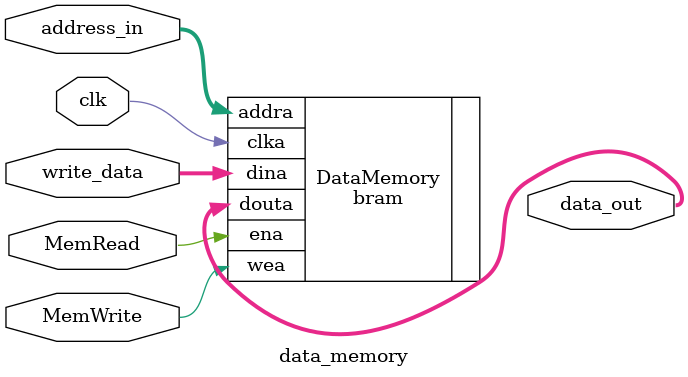
<source format=v>
`timescale 1ns / 1ps

module data_memory(address_in, data_out, write_data, MemWrite, MemRead, clk);
    input wire[9:0] address_in;
	 input wire MemWrite, MemRead, clk;
	 output wire[31:0] data_out;
	 input wire[31:0] write_data;
    
bram DataMemory (
  .clka(clk), // input clka
  .ena(MemRead), // input ena
  .wea(MemWrite), // input [0 : 0] wea
  .addra(address_in), // input [9 : 0] addra
  .dina(write_data), // input [31 : 0] dina
  .douta(data_out) // output [31 : 0] douta
);


endmodule

</source>
